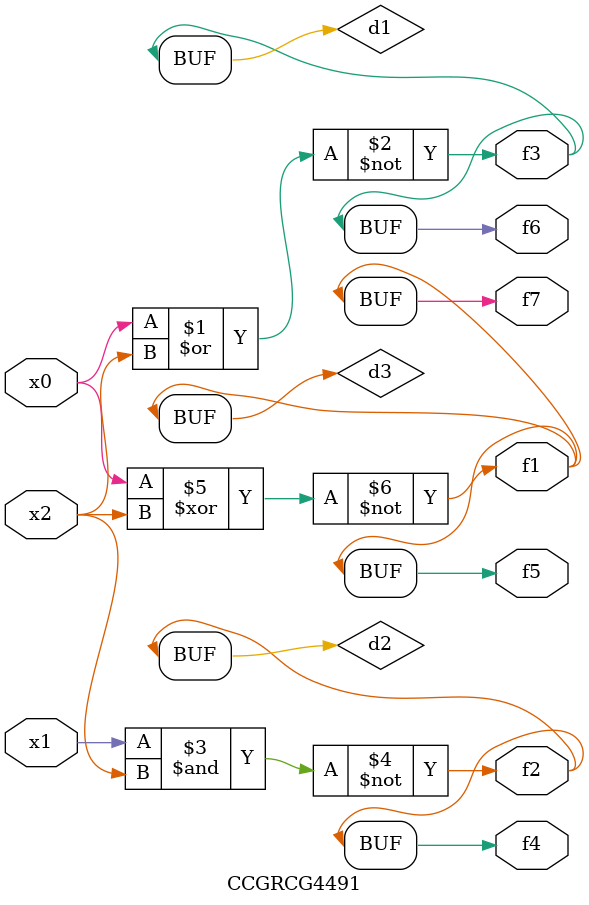
<source format=v>
module CCGRCG4491(
	input x0, x1, x2,
	output f1, f2, f3, f4, f5, f6, f7
);

	wire d1, d2, d3;

	nor (d1, x0, x2);
	nand (d2, x1, x2);
	xnor (d3, x0, x2);
	assign f1 = d3;
	assign f2 = d2;
	assign f3 = d1;
	assign f4 = d2;
	assign f5 = d3;
	assign f6 = d1;
	assign f7 = d3;
endmodule

</source>
